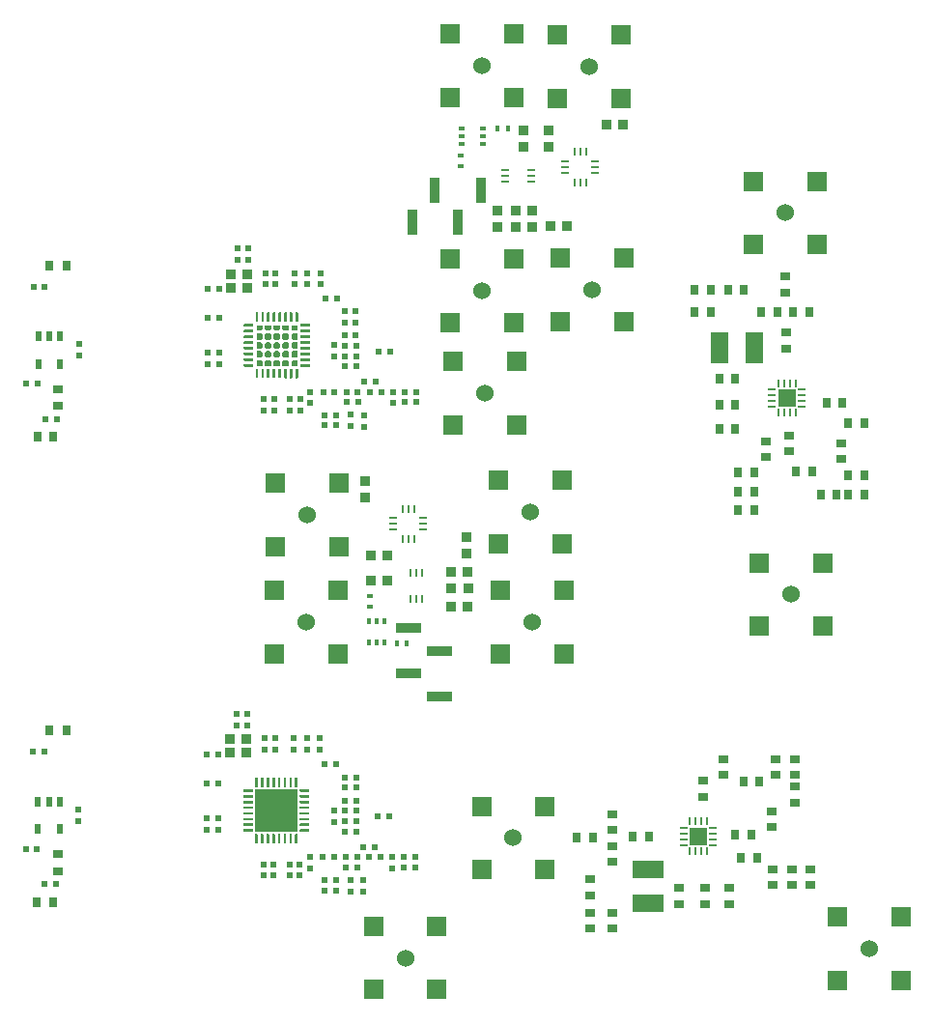
<source format=gtp>
%FSLAX25Y25*%
%MOIN*%
G70*
G01*
G75*
G04 Layer_Color=8421504*
%ADD10R,0.07000X0.07000*%
%ADD11C,0.06000*%
%ADD12R,0.07000X0.07000*%
%ADD13R,0.06850X0.06850*%
%ADD14R,0.02756X0.03543*%
%ADD15R,0.03543X0.02756*%
%ADD16R,0.02362X0.01969*%
%ADD17R,0.03740X0.03347*%
%ADD18R,0.01969X0.02362*%
%ADD19R,0.14600X0.14600*%
%ADD20R,0.01102X0.03347*%
%ADD21R,0.03347X0.01102*%
%ADD22R,0.02362X0.03347*%
%ADD23R,0.03150X0.03543*%
%ADD24R,0.10630X0.06299*%
%ADD25R,0.03543X0.03150*%
%ADD26R,0.06850X0.06850*%
%ADD27R,0.05906X0.05906*%
%ADD28R,0.00394X0.00394*%
%ADD29R,0.02520X0.01102*%
%ADD30R,0.09016X0.03504*%
%ADD31R,0.03740X0.03740*%
%ADD32R,0.01024X0.03152*%
%ADD33R,0.01555X0.01969*%
%ADD34R,0.00906X0.02953*%
%ADD35R,0.02953X0.00906*%
%ADD36R,0.03740X0.03740*%
%ADD37R,0.01969X0.01575*%
%ADD38R,0.01575X0.01969*%
%ADD39R,0.06299X0.10630*%
%ADD40R,0.05906X0.05906*%
%ADD41R,0.00394X0.00394*%
%ADD42R,0.01102X0.02520*%
%ADD43R,0.01969X0.01555*%
%ADD44R,0.03152X0.01024*%
%ADD45R,0.03504X0.09016*%
%ADD46C,0.02000*%
%ADD47C,0.01800*%
%ADD48C,0.00800*%
%ADD49C,0.01200*%
%ADD50C,0.01000*%
%ADD51C,0.04000*%
%ADD52C,0.02500*%
%ADD53C,0.01600*%
%ADD54C,0.01400*%
%ADD55C,0.03000*%
%ADD56C,0.03500*%
%ADD57R,0.08000X0.04000*%
%ADD58R,0.06127X0.02573*%
%ADD59R,0.02300X0.05200*%
%ADD60R,0.11500X0.03000*%
%ADD61R,0.22500X0.04500*%
%ADD62R,0.06500X0.07500*%
%ADD63R,0.10500X0.12500*%
%ADD64R,0.09500X0.14000*%
%ADD65R,0.02500X0.03000*%
%ADD66R,0.00532X0.00500*%
%ADD67R,0.01300X0.01400*%
%ADD68R,0.00469X0.00500*%
%ADD69R,0.01500X0.01432*%
%ADD70R,0.01102X0.02520*%
%ADD71R,0.11000X0.07500*%
%ADD72R,0.30764X0.02754*%
%ADD73R,0.06000X0.03747*%
%ADD74R,0.24764X0.03746*%
%ADD75R,0.15000X0.10600*%
%ADD76R,0.07000X0.15000*%
%ADD77R,0.40000X0.14000*%
%ADD78R,0.21500X0.25500*%
%ADD79R,0.34000X0.08500*%
%ADD80R,0.06000X0.14000*%
%ADD81R,0.18736X0.08500*%
%ADD82R,0.18000X0.07000*%
%ADD83R,0.09000X0.04500*%
%ADD84R,0.05197X0.05197*%
%ADD85R,0.04500X0.09000*%
%ADD86R,0.07000X0.18000*%
%ADD87R,0.08500X0.18736*%
%ADD88R,0.14000X0.06000*%
%ADD89R,0.03746X0.06000*%
%ADD90R,0.08500X0.34000*%
%ADD91R,0.25500X0.21500*%
%ADD92R,0.14000X0.40000*%
%ADD93R,0.15000X0.07000*%
%ADD94R,0.10600X0.15000*%
%ADD95R,0.03746X0.24764*%
%ADD96R,0.02754X0.30764*%
%ADD97R,0.02300X0.05100*%
%ADD98R,0.02520X0.01102*%
%ADD99R,0.07500X0.11000*%
%ADD100R,0.00958X0.00358*%
%ADD101R,0.04000X0.03142*%
%ADD102R,0.03500X0.04000*%
%ADD103C,0.07000*%
%ADD104C,0.02000*%
%ADD105C,0.03000*%
%ADD106C,0.01000*%
%ADD107C,0.00800*%
%ADD108C,0.04000*%
%ADD109C,0.01299*%
%ADD110C,0.05000*%
%ADD111C,0.09200*%
%ADD112C,0.08200*%
%ADD113C,0.05000*%
%ADD114C,0.05500*%
%ADD115C,0.04800*%
%ADD116C,0.05299*%
%ADD117C,0.00984*%
%ADD118C,0.00787*%
%ADD119C,0.00600*%
%ADD120C,0.00200*%
%ADD121C,0.00100*%
%ADD122C,0.00500*%
%ADD123R,0.00100X0.00100*%
G36*
X306381Y388250D02*
X303231D01*
Y389156D01*
X306381D01*
Y388250D01*
D02*
G37*
G36*
X321555Y387694D02*
X320150D01*
X319594Y388250D01*
Y389450D01*
X320150Y390006D01*
X321555D01*
Y387694D01*
D02*
G37*
G36*
X318806Y389450D02*
Y388250D01*
X318250Y387694D01*
X317051D01*
X316494Y388250D01*
Y389450D01*
X317051Y390006D01*
X318250D01*
X318806Y389450D01*
D02*
G37*
G36*
X325869Y388250D02*
X322719D01*
Y389156D01*
X325869D01*
Y388250D01*
D02*
G37*
G36*
X309506Y391351D02*
X308949Y390794D01*
X307545D01*
Y392755D01*
X309506D01*
Y391351D01*
D02*
G37*
G36*
X325869Y390218D02*
X322719D01*
Y391124D01*
X325869D01*
Y390218D01*
D02*
G37*
G36*
X306381D02*
X303231D01*
Y391124D01*
X306381D01*
Y390218D01*
D02*
G37*
G36*
Y386281D02*
X303231D01*
Y387187D01*
X306381D01*
Y386281D01*
D02*
G37*
G36*
X321555Y384594D02*
X320150D01*
X319594Y385151D01*
Y386350D01*
X320150Y386906D01*
X321555D01*
Y384594D01*
D02*
G37*
G36*
X318806Y386350D02*
Y385151D01*
X318250Y384594D01*
X317051D01*
X316494Y385151D01*
Y386350D01*
X317051Y386906D01*
X318250D01*
X318806Y386350D01*
D02*
G37*
G36*
X325869Y386281D02*
X322719D01*
Y387187D01*
X325869D01*
Y386281D01*
D02*
G37*
G36*
X315706Y389450D02*
Y388250D01*
X315149Y387694D01*
X313950D01*
X313394Y388250D01*
Y389450D01*
X313950Y390006D01*
X315149D01*
X315706Y389450D01*
D02*
G37*
G36*
X312606D02*
Y388250D01*
X312050Y387694D01*
X310851D01*
X310294Y388250D01*
Y389450D01*
X310851Y390006D01*
X312050D01*
X312606Y389450D01*
D02*
G37*
G36*
X309506D02*
Y388250D01*
X308949Y387694D01*
X307545D01*
Y390006D01*
X308949D01*
X309506Y389450D01*
D02*
G37*
G36*
X314018Y393919D02*
X313113D01*
Y397069D01*
X314018D01*
Y393919D01*
D02*
G37*
G36*
X312049D02*
X311144D01*
Y397069D01*
X312049D01*
Y393919D01*
D02*
G37*
G36*
X310080D02*
X309175D01*
Y397069D01*
X310080D01*
Y393919D01*
D02*
G37*
G36*
X315987D02*
X315082D01*
Y397069D01*
X315987D01*
Y393919D01*
D02*
G37*
G36*
X321894D02*
X320989D01*
Y397069D01*
X321894D01*
Y393919D01*
D02*
G37*
G36*
X319925D02*
X319020D01*
Y397069D01*
X319925D01*
Y393919D01*
D02*
G37*
G36*
X317956D02*
X317051D01*
Y397069D01*
X317956D01*
Y393919D01*
D02*
G37*
G36*
X318806Y391351D02*
X318250Y390794D01*
X317051D01*
X316494Y391351D01*
Y392755D01*
X318806D01*
Y391351D01*
D02*
G37*
G36*
X315706D02*
X315149Y390794D01*
X313950D01*
X313394Y391351D01*
Y392755D01*
X315706D01*
Y391351D01*
D02*
G37*
G36*
X312606D02*
X312050Y390794D01*
X310851D01*
X310294Y391351D01*
Y392755D01*
X312606D01*
Y391351D01*
D02*
G37*
G36*
X321555Y390794D02*
X320150D01*
X319594Y391351D01*
Y392755D01*
X321555D01*
Y390794D01*
D02*
G37*
G36*
X308111Y393919D02*
X307206D01*
Y397069D01*
X308111D01*
Y393919D01*
D02*
G37*
G36*
X325869Y392187D02*
X322719D01*
Y393092D01*
X325869D01*
Y392187D01*
D02*
G37*
G36*
X306381D02*
X303231D01*
Y393092D01*
X306381D01*
Y392187D01*
D02*
G37*
G36*
X315706Y386350D02*
Y385151D01*
X315149Y384594D01*
X313950D01*
X313394Y385151D01*
Y386350D01*
X313950Y386906D01*
X315149D01*
X315706Y386350D01*
D02*
G37*
G36*
X325869Y378408D02*
X322719D01*
Y379313D01*
X325869D01*
Y378408D01*
D02*
G37*
G36*
X306381D02*
X303231D01*
Y379313D01*
X306381D01*
Y378408D01*
D02*
G37*
G36*
X321894Y374431D02*
X320989D01*
Y377581D01*
X321894D01*
Y374431D01*
D02*
G37*
G36*
X309506Y380150D02*
Y378745D01*
X307545D01*
Y380706D01*
X308949D01*
X309506Y380150D01*
D02*
G37*
G36*
X318806D02*
Y378745D01*
X316494D01*
Y380150D01*
X317051Y380706D01*
X318250D01*
X318806Y380150D01*
D02*
G37*
G36*
X315706D02*
Y378745D01*
X313394D01*
Y380150D01*
X313950Y380706D01*
X315149D01*
X315706Y380150D01*
D02*
G37*
G36*
X312606D02*
Y378745D01*
X310294D01*
Y380150D01*
X310851Y380706D01*
X312050D01*
X312606Y380150D01*
D02*
G37*
G36*
X312049Y374431D02*
X311144D01*
Y377581D01*
X312049D01*
Y374431D01*
D02*
G37*
G36*
X310080D02*
X309175D01*
Y377581D01*
X310080D01*
Y374431D01*
D02*
G37*
G36*
X308111D02*
X307206D01*
Y377581D01*
X308111D01*
Y374431D01*
D02*
G37*
G36*
X314018D02*
X313113D01*
Y377581D01*
X314018D01*
Y374431D01*
D02*
G37*
G36*
X319925D02*
X319020D01*
Y377581D01*
X319925D01*
Y374431D01*
D02*
G37*
G36*
X317956D02*
X317051D01*
Y377581D01*
X317956D01*
Y374431D01*
D02*
G37*
G36*
X315987D02*
X315082D01*
Y377581D01*
X315987D01*
Y374431D01*
D02*
G37*
G36*
X325869Y382345D02*
X322719D01*
Y383250D01*
X325869D01*
Y382345D01*
D02*
G37*
G36*
X306381D02*
X303231D01*
Y383250D01*
X306381D01*
Y382345D01*
D02*
G37*
G36*
X321555Y381494D02*
X320150D01*
X319594Y382050D01*
Y383249D01*
X320150Y383806D01*
X321555D01*
Y381494D01*
D02*
G37*
G36*
X306381Y384313D02*
X303231D01*
Y385219D01*
X306381D01*
Y384313D01*
D02*
G37*
G36*
X312606Y386350D02*
Y385151D01*
X312050Y384594D01*
X310851D01*
X310294Y385151D01*
Y386350D01*
X310851Y386906D01*
X312050D01*
X312606Y386350D01*
D02*
G37*
G36*
X309506D02*
Y385151D01*
X308949Y384594D01*
X307545D01*
Y386906D01*
X308949D01*
X309506Y386350D01*
D02*
G37*
G36*
X325869Y384313D02*
X322719D01*
Y385219D01*
X325869D01*
Y384313D01*
D02*
G37*
G36*
Y380376D02*
X322719D01*
Y381281D01*
X325869D01*
Y380376D01*
D02*
G37*
G36*
X306381D02*
X303231D01*
Y381281D01*
X306381D01*
Y380376D01*
D02*
G37*
G36*
X321555Y378745D02*
X319594D01*
Y380150D01*
X320150Y380706D01*
X321555D01*
Y378745D01*
D02*
G37*
G36*
X309506Y383249D02*
Y382050D01*
X308949Y381494D01*
X307545D01*
Y383806D01*
X308949D01*
X309506Y383249D01*
D02*
G37*
G36*
X318806D02*
Y382050D01*
X318250Y381494D01*
X317051D01*
X316494Y382050D01*
Y383249D01*
X317051Y383806D01*
X318250D01*
X318806Y383249D01*
D02*
G37*
G36*
X315706D02*
Y382050D01*
X315149Y381494D01*
X313950D01*
X313394Y382050D01*
Y383249D01*
X313950Y383806D01*
X315149D01*
X315706Y383249D01*
D02*
G37*
G36*
X312606D02*
Y382050D01*
X312050Y381494D01*
X310851D01*
X310294Y382050D01*
Y383249D01*
X310851Y383806D01*
X312050D01*
X312606Y383249D01*
D02*
G37*
G36*
X306557Y548750D02*
X303408D01*
Y549655D01*
X306557D01*
Y548750D01*
D02*
G37*
G36*
X321732Y548194D02*
X320327D01*
X319771Y548750D01*
Y549950D01*
X320327Y550506D01*
X321732D01*
Y548194D01*
D02*
G37*
G36*
X318983Y549950D02*
Y548750D01*
X318426Y548194D01*
X317227D01*
X316670Y548750D01*
Y549950D01*
X317227Y550506D01*
X318426D01*
X318983Y549950D01*
D02*
G37*
G36*
X326046Y548750D02*
X322896D01*
Y549655D01*
X326046D01*
Y548750D01*
D02*
G37*
G36*
X309683Y551851D02*
X309126Y551294D01*
X307722D01*
Y553255D01*
X309683D01*
Y551851D01*
D02*
G37*
G36*
X326046Y550718D02*
X322896D01*
Y551624D01*
X326046D01*
Y550718D01*
D02*
G37*
G36*
X306557D02*
X303408D01*
Y551624D01*
X306557D01*
Y550718D01*
D02*
G37*
G36*
Y546781D02*
X303408D01*
Y547687D01*
X306557D01*
Y546781D01*
D02*
G37*
G36*
X321732Y545094D02*
X320327D01*
X319771Y545650D01*
Y546849D01*
X320327Y547406D01*
X321732D01*
Y545094D01*
D02*
G37*
G36*
X318983Y546849D02*
Y545650D01*
X318426Y545094D01*
X317227D01*
X316670Y545650D01*
Y546849D01*
X317227Y547406D01*
X318426D01*
X318983Y546849D01*
D02*
G37*
G36*
X326046Y546781D02*
X322896D01*
Y547687D01*
X326046D01*
Y546781D01*
D02*
G37*
G36*
X315883Y549950D02*
Y548750D01*
X315326Y548194D01*
X314127D01*
X313570Y548750D01*
Y549950D01*
X314127Y550506D01*
X315326D01*
X315883Y549950D01*
D02*
G37*
G36*
X312783D02*
Y548750D01*
X312226Y548194D01*
X311027D01*
X310471Y548750D01*
Y549950D01*
X311027Y550506D01*
X312226D01*
X312783Y549950D01*
D02*
G37*
G36*
X309683D02*
Y548750D01*
X309126Y548194D01*
X307722D01*
Y550506D01*
X309126D01*
X309683Y549950D01*
D02*
G37*
G36*
X314195Y554419D02*
X313289D01*
Y557569D01*
X314195D01*
Y554419D01*
D02*
G37*
G36*
X312226D02*
X311320D01*
Y557569D01*
X312226D01*
Y554419D01*
D02*
G37*
G36*
X310257D02*
X309351D01*
Y557569D01*
X310257D01*
Y554419D01*
D02*
G37*
G36*
X316164D02*
X315259D01*
Y557569D01*
X316164D01*
Y554419D01*
D02*
G37*
G36*
X322071D02*
X321165D01*
Y557569D01*
X322071D01*
Y554419D01*
D02*
G37*
G36*
X320102D02*
X319197D01*
Y557569D01*
X320102D01*
Y554419D01*
D02*
G37*
G36*
X318133D02*
X317228D01*
Y557569D01*
X318133D01*
Y554419D01*
D02*
G37*
G36*
X318983Y551851D02*
X318426Y551294D01*
X317227D01*
X316670Y551851D01*
Y553255D01*
X318983D01*
Y551851D01*
D02*
G37*
G36*
X315883D02*
X315326Y551294D01*
X314127D01*
X313570Y551851D01*
Y553255D01*
X315883D01*
Y551851D01*
D02*
G37*
G36*
X312783D02*
X312226Y551294D01*
X311027D01*
X310471Y551851D01*
Y553255D01*
X312783D01*
Y551851D01*
D02*
G37*
G36*
X321732Y551294D02*
X320327D01*
X319771Y551851D01*
Y553255D01*
X321732D01*
Y551294D01*
D02*
G37*
G36*
X308288Y554419D02*
X307382D01*
Y557569D01*
X308288D01*
Y554419D01*
D02*
G37*
G36*
X326046Y552687D02*
X322896D01*
Y553592D01*
X326046D01*
Y552687D01*
D02*
G37*
G36*
X306557D02*
X303408D01*
Y553592D01*
X306557D01*
Y552687D01*
D02*
G37*
G36*
X315883Y546849D02*
Y545650D01*
X315326Y545094D01*
X314127D01*
X313570Y545650D01*
Y546849D01*
X314127Y547406D01*
X315326D01*
X315883Y546849D01*
D02*
G37*
G36*
X326046Y538907D02*
X322896D01*
Y539813D01*
X326046D01*
Y538907D01*
D02*
G37*
G36*
X306557D02*
X303408D01*
Y539813D01*
X306557D01*
Y538907D01*
D02*
G37*
G36*
X322071Y534931D02*
X321165D01*
Y538081D01*
X322071D01*
Y534931D01*
D02*
G37*
G36*
X309683Y540650D02*
Y539245D01*
X307722D01*
Y541206D01*
X309126D01*
X309683Y540650D01*
D02*
G37*
G36*
X318983D02*
Y539245D01*
X316670D01*
Y540650D01*
X317227Y541206D01*
X318426D01*
X318983Y540650D01*
D02*
G37*
G36*
X315883D02*
Y539245D01*
X313570D01*
Y540650D01*
X314127Y541206D01*
X315326D01*
X315883Y540650D01*
D02*
G37*
G36*
X312783D02*
Y539245D01*
X310471D01*
Y540650D01*
X311027Y541206D01*
X312226D01*
X312783Y540650D01*
D02*
G37*
G36*
X312226Y534931D02*
X311320D01*
Y538081D01*
X312226D01*
Y534931D01*
D02*
G37*
G36*
X310257D02*
X309351D01*
Y538081D01*
X310257D01*
Y534931D01*
D02*
G37*
G36*
X308288D02*
X307382D01*
Y538081D01*
X308288D01*
Y534931D01*
D02*
G37*
G36*
X314195D02*
X313289D01*
Y538081D01*
X314195D01*
Y534931D01*
D02*
G37*
G36*
X320102D02*
X319197D01*
Y538081D01*
X320102D01*
Y534931D01*
D02*
G37*
G36*
X318133D02*
X317228D01*
Y538081D01*
X318133D01*
Y534931D01*
D02*
G37*
G36*
X316164D02*
X315259D01*
Y538081D01*
X316164D01*
Y534931D01*
D02*
G37*
G36*
X326046Y542844D02*
X322896D01*
Y543750D01*
X326046D01*
Y542844D01*
D02*
G37*
G36*
X306557D02*
X303408D01*
Y543750D01*
X306557D01*
Y542844D01*
D02*
G37*
G36*
X321732Y541994D02*
X320327D01*
X319771Y542551D01*
Y543750D01*
X320327Y544306D01*
X321732D01*
Y541994D01*
D02*
G37*
G36*
X306557Y544813D02*
X303408D01*
Y545718D01*
X306557D01*
Y544813D01*
D02*
G37*
G36*
X312783Y546849D02*
Y545650D01*
X312226Y545094D01*
X311027D01*
X310471Y545650D01*
Y546849D01*
X311027Y547406D01*
X312226D01*
X312783Y546849D01*
D02*
G37*
G36*
X309683D02*
Y545650D01*
X309126Y545094D01*
X307722D01*
Y547406D01*
X309126D01*
X309683Y546849D01*
D02*
G37*
G36*
X326046Y544813D02*
X322896D01*
Y545718D01*
X326046D01*
Y544813D01*
D02*
G37*
G36*
Y540876D02*
X322896D01*
Y541782D01*
X326046D01*
Y540876D01*
D02*
G37*
G36*
X306557D02*
X303408D01*
Y541782D01*
X306557D01*
Y540876D01*
D02*
G37*
G36*
X321732Y539245D02*
X319771D01*
Y540650D01*
X320327Y541206D01*
X321732D01*
Y539245D01*
D02*
G37*
G36*
X309683Y543750D02*
Y542551D01*
X309126Y541994D01*
X307722D01*
Y544306D01*
X309126D01*
X309683Y543750D01*
D02*
G37*
G36*
X318983D02*
Y542551D01*
X318426Y541994D01*
X317227D01*
X316670Y542551D01*
Y543750D01*
X317227Y544306D01*
X318426D01*
X318983Y543750D01*
D02*
G37*
G36*
X315883D02*
Y542551D01*
X315326Y541994D01*
X314127D01*
X313570Y542551D01*
Y543750D01*
X314127Y544306D01*
X315326D01*
X315883Y543750D01*
D02*
G37*
G36*
X312783D02*
Y542551D01*
X312226Y541994D01*
X311027D01*
X310471Y542551D01*
Y543750D01*
X311027Y544306D01*
X312226D01*
X312783Y543750D01*
D02*
G37*
D10*
X314205Y498752D02*
D03*
X336205D02*
D03*
Y476752D02*
D03*
X314205D02*
D03*
X391272Y499638D02*
D03*
X413272D02*
D03*
Y477638D02*
D03*
X391272D02*
D03*
X314008Y461646D02*
D03*
X336008D02*
D03*
Y439646D02*
D03*
X314008D02*
D03*
X374619Y575960D02*
D03*
X396619D02*
D03*
Y553960D02*
D03*
X374619D02*
D03*
D11*
X325205Y487752D02*
D03*
X402272Y488638D02*
D03*
X325008Y450646D02*
D03*
X402740Y450819D02*
D03*
X385619Y564960D02*
D03*
X385446Y642692D02*
D03*
X422552Y642495D02*
D03*
X423438Y565428D02*
D03*
X359053Y334861D02*
D03*
X519225Y338025D02*
D03*
X396300Y376300D02*
D03*
X386527Y529750D02*
D03*
X492154Y460261D02*
D03*
X490154Y591961D02*
D03*
D12*
X391740Y439819D02*
D03*
Y461819D02*
D03*
X413740D02*
D03*
Y439819D02*
D03*
X396446Y653692D02*
D03*
Y631692D02*
D03*
X374446D02*
D03*
Y653692D02*
D03*
X433552Y653495D02*
D03*
Y631495D02*
D03*
X411552D02*
D03*
Y653495D02*
D03*
X434438Y576428D02*
D03*
Y554428D02*
D03*
X412438D02*
D03*
Y576428D02*
D03*
D13*
X348129Y323936D02*
D03*
Y345786D02*
D03*
X369978D02*
D03*
Y323936D02*
D03*
X508300Y327100D02*
D03*
Y348950D02*
D03*
X530150D02*
D03*
Y327100D02*
D03*
X481228Y449336D02*
D03*
Y471186D02*
D03*
X503079D02*
D03*
Y449336D02*
D03*
X479228Y581036D02*
D03*
Y602886D02*
D03*
X501079D02*
D03*
Y581036D02*
D03*
D14*
X236144Y413297D02*
D03*
X242050D02*
D03*
X236321Y573797D02*
D03*
X242227D02*
D03*
D15*
X239097Y370750D02*
D03*
Y364844D02*
D03*
X239274Y531250D02*
D03*
Y525345D02*
D03*
D16*
X348518Y373250D02*
D03*
X344582D02*
D03*
X290581Y405250D02*
D03*
X294518D02*
D03*
X290581Y395250D02*
D03*
X294518D02*
D03*
X290581Y383250D02*
D03*
X294518D02*
D03*
X294518Y379250D02*
D03*
X290581D02*
D03*
X331255Y401900D02*
D03*
X335192D02*
D03*
X338082Y393750D02*
D03*
X342019D02*
D03*
X338082Y397250D02*
D03*
X342019D02*
D03*
X331082Y358250D02*
D03*
X335018D02*
D03*
X342019Y381950D02*
D03*
X338082D02*
D03*
X338082Y389250D02*
D03*
X342019D02*
D03*
X358581Y366250D02*
D03*
X362519D02*
D03*
X338519Y369750D02*
D03*
X342456D02*
D03*
X330550Y369750D02*
D03*
X334487D02*
D03*
X230529Y405997D02*
D03*
X234466D02*
D03*
X231966Y372497D02*
D03*
X228029D02*
D03*
X234629Y360297D02*
D03*
X238566D02*
D03*
X338082Y378550D02*
D03*
X342019D02*
D03*
X342019Y385750D02*
D03*
X338082D02*
D03*
X362519Y369750D02*
D03*
X358581D02*
D03*
X346582Y369750D02*
D03*
X350518D02*
D03*
X342518Y366250D02*
D03*
X338581D02*
D03*
X353519Y383750D02*
D03*
X349582D02*
D03*
X331082Y361750D02*
D03*
X335018D02*
D03*
X348695Y533750D02*
D03*
X344758D02*
D03*
X290758Y565750D02*
D03*
X294695D02*
D03*
X290758Y555750D02*
D03*
X294695D02*
D03*
X290758Y543750D02*
D03*
X294695D02*
D03*
X294695Y539750D02*
D03*
X290758D02*
D03*
X331432Y562400D02*
D03*
X335368D02*
D03*
X338032Y554000D02*
D03*
X341968D02*
D03*
X338032Y558000D02*
D03*
X341968D02*
D03*
X331258Y518750D02*
D03*
X335195D02*
D03*
X342195Y542450D02*
D03*
X338258D02*
D03*
X338032Y549700D02*
D03*
X341968D02*
D03*
X358758Y526750D02*
D03*
X362695D02*
D03*
X338695Y530250D02*
D03*
X342632D02*
D03*
X330727Y530250D02*
D03*
X334664D02*
D03*
X230705Y566497D02*
D03*
X234643D02*
D03*
X232142Y532997D02*
D03*
X228205D02*
D03*
X234805Y520797D02*
D03*
X238742D02*
D03*
X338258Y539050D02*
D03*
X342195D02*
D03*
X342195Y546250D02*
D03*
X338258D02*
D03*
X362695Y530250D02*
D03*
X358758D02*
D03*
X346758Y530250D02*
D03*
X350695D02*
D03*
X342695Y526750D02*
D03*
X338758D02*
D03*
X353695Y544250D02*
D03*
X349758D02*
D03*
X331258Y522250D02*
D03*
X335195D02*
D03*
D17*
X298550Y410278D02*
D03*
X304259D02*
D03*
Y405750D02*
D03*
X298550D02*
D03*
X298727Y570778D02*
D03*
X304435D02*
D03*
Y566250D02*
D03*
X298727D02*
D03*
D18*
X314050Y406781D02*
D03*
Y410718D02*
D03*
X300873Y419187D02*
D03*
Y415250D02*
D03*
X304550Y419187D02*
D03*
Y415250D02*
D03*
X310550Y410718D02*
D03*
Y406781D02*
D03*
X320550Y410718D02*
D03*
X320550Y406781D02*
D03*
X325050Y410718D02*
D03*
Y406781D02*
D03*
X329550Y410718D02*
D03*
Y406781D02*
D03*
X313550Y367218D02*
D03*
Y363281D02*
D03*
X310050Y367218D02*
D03*
Y363281D02*
D03*
X322550Y367218D02*
D03*
Y363281D02*
D03*
X340023Y361769D02*
D03*
Y357832D02*
D03*
X344623Y361668D02*
D03*
Y357732D02*
D03*
X354550Y369719D02*
D03*
Y365781D02*
D03*
X326050Y369719D02*
D03*
Y365781D02*
D03*
X334450Y385819D02*
D03*
Y381881D02*
D03*
X246223Y386169D02*
D03*
Y382231D02*
D03*
X319050Y367218D02*
D03*
Y363281D02*
D03*
X314227Y567281D02*
D03*
Y571218D02*
D03*
X301050Y579687D02*
D03*
Y575750D02*
D03*
X304727Y579687D02*
D03*
Y575750D02*
D03*
X310727Y571218D02*
D03*
Y567281D02*
D03*
X320727Y571218D02*
D03*
X320727Y567281D02*
D03*
X325227Y571218D02*
D03*
Y567281D02*
D03*
X329727Y571218D02*
D03*
Y567281D02*
D03*
X313727Y527718D02*
D03*
Y523781D02*
D03*
X310227Y527718D02*
D03*
Y523781D02*
D03*
X322727Y527718D02*
D03*
Y523781D02*
D03*
X340200Y522268D02*
D03*
Y518331D02*
D03*
X344800Y522168D02*
D03*
Y518231D02*
D03*
X354727Y530219D02*
D03*
Y526281D02*
D03*
X326227Y530219D02*
D03*
Y526281D02*
D03*
X334627Y546318D02*
D03*
Y542381D02*
D03*
X319227Y527718D02*
D03*
Y523781D02*
D03*
X246400Y546668D02*
D03*
Y542732D02*
D03*
D19*
X314550Y385750D02*
D03*
D20*
X307659Y395494D02*
D03*
X309628D02*
D03*
X311596D02*
D03*
X313565D02*
D03*
X315534D02*
D03*
X317503D02*
D03*
X319473D02*
D03*
X321442D02*
D03*
Y376006D02*
D03*
X319473D02*
D03*
X317503D02*
D03*
X315534D02*
D03*
X313565D02*
D03*
X311596D02*
D03*
X309628D02*
D03*
X307659D02*
D03*
X307835Y555994D02*
D03*
X309804D02*
D03*
X311773D02*
D03*
X313742D02*
D03*
X315711D02*
D03*
X317680D02*
D03*
X319649D02*
D03*
X321618D02*
D03*
Y536506D02*
D03*
X319649D02*
D03*
X317680D02*
D03*
D21*
X324294Y392640D02*
D03*
Y390671D02*
D03*
Y388703D02*
D03*
Y386734D02*
D03*
Y384766D02*
D03*
Y382797D02*
D03*
Y380829D02*
D03*
Y378860D02*
D03*
X304806D02*
D03*
Y380829D02*
D03*
Y382797D02*
D03*
Y384766D02*
D03*
Y386734D02*
D03*
Y388703D02*
D03*
Y390671D02*
D03*
Y392640D02*
D03*
X324471Y553140D02*
D03*
Y551171D02*
D03*
Y549203D02*
D03*
Y547234D02*
D03*
Y545266D02*
D03*
Y543297D02*
D03*
Y541329D02*
D03*
Y539360D02*
D03*
X304983D02*
D03*
Y541329D02*
D03*
Y543297D02*
D03*
Y545266D02*
D03*
Y547234D02*
D03*
Y549203D02*
D03*
Y551171D02*
D03*
Y553140D02*
D03*
D22*
X239785Y379320D02*
D03*
X232304D02*
D03*
Y388769D02*
D03*
X236045D02*
D03*
X239785D02*
D03*
X239961Y539820D02*
D03*
X232481D02*
D03*
Y549269D02*
D03*
X236221D02*
D03*
X239961D02*
D03*
D23*
X237479Y354200D02*
D03*
X231967D02*
D03*
X418244Y376300D02*
D03*
X423756D02*
D03*
X473008Y377547D02*
D03*
X478520D02*
D03*
X437544Y376700D02*
D03*
X443056D02*
D03*
X480520Y369547D02*
D03*
X475008D02*
D03*
X475744Y395800D02*
D03*
X481256D02*
D03*
X475910Y565261D02*
D03*
X470398D02*
D03*
X467398Y517261D02*
D03*
X472909D02*
D03*
X467398Y525761D02*
D03*
X472909D02*
D03*
X467398Y534761D02*
D03*
X472909D02*
D03*
X458898Y565261D02*
D03*
X464409D02*
D03*
X473898Y489261D02*
D03*
X479410D02*
D03*
X473898Y495761D02*
D03*
X479410D02*
D03*
X473898Y502261D02*
D03*
X479410D02*
D03*
X458898Y557761D02*
D03*
X464409D02*
D03*
X492898D02*
D03*
X498410D02*
D03*
X487409Y557761D02*
D03*
X481898D02*
D03*
X507909Y494761D02*
D03*
X502398D02*
D03*
X511898Y494761D02*
D03*
X517410D02*
D03*
X511898Y501261D02*
D03*
X517410D02*
D03*
X511898Y519261D02*
D03*
X517410D02*
D03*
X504398Y526261D02*
D03*
X509909D02*
D03*
X493898Y502761D02*
D03*
X499409D02*
D03*
X237656Y514700D02*
D03*
X232144D02*
D03*
D24*
X443000Y365587D02*
D03*
Y353776D02*
D03*
D25*
X423000Y362056D02*
D03*
Y356544D02*
D03*
X471000Y353544D02*
D03*
Y359056D02*
D03*
X462500Y353544D02*
D03*
Y359056D02*
D03*
X453500Y353544D02*
D03*
Y359056D02*
D03*
X423000Y345044D02*
D03*
Y350556D02*
D03*
X499000Y360044D02*
D03*
Y365556D02*
D03*
X492500Y360044D02*
D03*
Y365556D02*
D03*
X486000Y360044D02*
D03*
Y365556D02*
D03*
X430500Y345044D02*
D03*
Y350556D02*
D03*
Y379044D02*
D03*
Y384556D02*
D03*
X430500Y373556D02*
D03*
Y368044D02*
D03*
X493500Y394056D02*
D03*
Y388544D02*
D03*
X493500Y398044D02*
D03*
Y403556D02*
D03*
X487000Y398044D02*
D03*
Y403556D02*
D03*
X469000Y398044D02*
D03*
Y403556D02*
D03*
X462000Y390544D02*
D03*
Y396056D02*
D03*
X485500Y380044D02*
D03*
Y385556D02*
D03*
X490154Y570017D02*
D03*
Y564505D02*
D03*
X491400Y515253D02*
D03*
Y509742D02*
D03*
X490554Y550717D02*
D03*
Y545205D02*
D03*
X483400Y507742D02*
D03*
Y513253D02*
D03*
X509654Y512517D02*
D03*
Y507005D02*
D03*
D26*
X407225Y365375D02*
D03*
X385375D02*
D03*
Y387225D02*
D03*
X407225D02*
D03*
X375602Y540675D02*
D03*
X397452D02*
D03*
Y518825D02*
D03*
X375602D02*
D03*
D27*
X460146Y376876D02*
D03*
D28*
X457193Y372152D02*
D03*
X459161D02*
D03*
X461130Y371955D02*
D03*
X463098D02*
D03*
X457193Y382191D02*
D03*
X459161D02*
D03*
X461130D02*
D03*
X463098Y381994D02*
D03*
D29*
X465264Y379829D02*
D03*
Y377860D02*
D03*
Y375892D02*
D03*
X465264Y373923D02*
D03*
X455027Y379829D02*
D03*
Y377860D02*
D03*
Y375892D02*
D03*
Y373923D02*
D03*
D30*
X360016Y432988D02*
D03*
X371000Y425114D02*
D03*
X360016Y448736D02*
D03*
X371000Y440862D02*
D03*
D31*
X375008Y462358D02*
D03*
X380716D02*
D03*
X352961Y473874D02*
D03*
X347252D02*
D03*
X352961Y465016D02*
D03*
X347252D02*
D03*
X380618Y467969D02*
D03*
X374909D02*
D03*
Y456059D02*
D03*
X380618D02*
D03*
X414875Y587377D02*
D03*
X409166D02*
D03*
X428556Y622515D02*
D03*
X434265D02*
D03*
D32*
X360874Y458813D02*
D03*
X362921D02*
D03*
X364968D02*
D03*
X360874Y467870D02*
D03*
X362921D02*
D03*
X364968D02*
D03*
D33*
X346661Y451138D02*
D03*
Y443657D02*
D03*
X349220D02*
D03*
X351780D02*
D03*
X349220Y451138D02*
D03*
X351780D02*
D03*
D34*
X362016Y479386D02*
D03*
X360047D02*
D03*
X358079D02*
D03*
X362016Y489819D02*
D03*
X360047D02*
D03*
X358079D02*
D03*
X417532Y612968D02*
D03*
X419501D02*
D03*
X421469D02*
D03*
X417532Y602535D02*
D03*
X419599Y602495D02*
D03*
X421469Y602535D02*
D03*
D35*
X354732Y482732D02*
D03*
Y484701D02*
D03*
Y486669D02*
D03*
X365165Y482732D02*
D03*
X365205Y484799D02*
D03*
X365165Y486669D02*
D03*
X414186Y605684D02*
D03*
Y607653D02*
D03*
Y609621D02*
D03*
X424619Y605684D02*
D03*
Y607653D02*
D03*
Y609621D02*
D03*
D36*
X345185Y493756D02*
D03*
Y499465D02*
D03*
X380323Y480075D02*
D03*
Y474366D02*
D03*
X390859Y592791D02*
D03*
Y587082D02*
D03*
X402769D02*
D03*
Y592791D02*
D03*
X399816Y614739D02*
D03*
Y620448D02*
D03*
X408674Y614739D02*
D03*
Y620448D02*
D03*
X397158Y592692D02*
D03*
Y586983D02*
D03*
D37*
X346721Y459654D02*
D03*
Y456110D02*
D03*
X378221Y611641D02*
D03*
Y608098D02*
D03*
D38*
X356059Y443421D02*
D03*
X359602D02*
D03*
X394454Y620979D02*
D03*
X390910D02*
D03*
D39*
X479441Y545261D02*
D03*
X467630D02*
D03*
D40*
X490730Y528116D02*
D03*
D41*
X486005Y531069D02*
D03*
Y529100D02*
D03*
X485808Y527132D02*
D03*
Y525163D02*
D03*
X496044Y531069D02*
D03*
Y529100D02*
D03*
Y527132D02*
D03*
X495848Y525163D02*
D03*
D42*
X493682Y522998D02*
D03*
X491714D02*
D03*
X489745D02*
D03*
X487777Y522998D02*
D03*
X493682Y533234D02*
D03*
X491714D02*
D03*
X489745D02*
D03*
X487777D02*
D03*
D43*
X385938Y621039D02*
D03*
X378457D02*
D03*
Y618479D02*
D03*
Y615920D02*
D03*
X385938Y618479D02*
D03*
Y615920D02*
D03*
D44*
X393613Y606826D02*
D03*
Y604779D02*
D03*
Y602732D02*
D03*
X402670Y606826D02*
D03*
Y604779D02*
D03*
Y602732D02*
D03*
D45*
X369288Y599684D02*
D03*
X361414Y588700D02*
D03*
X385036Y599684D02*
D03*
X377162Y588700D02*
D03*
D70*
X461130Y371758D02*
D03*
X457193Y371758D02*
D03*
X459161D02*
D03*
X463098Y371758D02*
D03*
X457193Y381994D02*
D03*
X461130Y381994D02*
D03*
X459161Y381994D02*
D03*
X463098Y381994D02*
D03*
D98*
X485611Y527132D02*
D03*
X485611Y531068D02*
D03*
Y529100D02*
D03*
X485611Y525163D02*
D03*
X495848Y531068D02*
D03*
X495848Y527132D02*
D03*
X495848Y529100D02*
D03*
X495848Y525163D02*
D03*
D123*
X314727Y546250D02*
D03*
M02*

</source>
